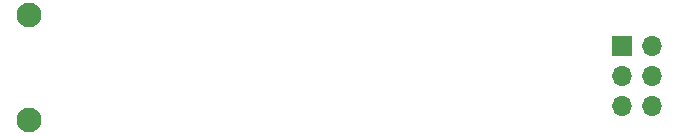
<source format=gbr>
%TF.GenerationSoftware,KiCad,Pcbnew,(6.0.6)*%
%TF.CreationDate,2022-08-04T20:50:46+02:00*%
%TF.ProjectId,Linearsensor,4c696e65-6172-4736-956e-736f722e6b69,rev?*%
%TF.SameCoordinates,Original*%
%TF.FileFunction,Soldermask,Bot*%
%TF.FilePolarity,Negative*%
%FSLAX46Y46*%
G04 Gerber Fmt 4.6, Leading zero omitted, Abs format (unit mm)*
G04 Created by KiCad (PCBNEW (6.0.6)) date 2022-08-04 20:50:46*
%MOMM*%
%LPD*%
G01*
G04 APERTURE LIST*
%ADD10C,2.100000*%
%ADD11R,1.700000X1.700000*%
%ADD12O,1.700000X1.700000*%
G04 APERTURE END LIST*
D10*
%TO.C,H2*%
X137160000Y-106680000D03*
%TD*%
%TO.C,H1*%
X137160000Y-97790000D03*
%TD*%
D11*
%TO.C,J2*%
X187390000Y-100345000D03*
D12*
X189930000Y-100345000D03*
X187390000Y-102885000D03*
X189930000Y-102885000D03*
X187390000Y-105425000D03*
X189930000Y-105425000D03*
%TD*%
M02*

</source>
